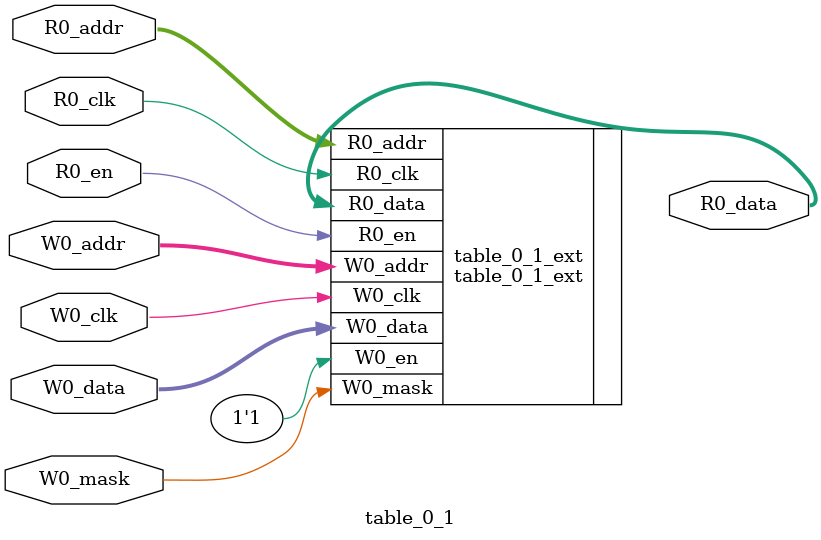
<source format=sv>
`ifndef RANDOMIZE
  `ifdef RANDOMIZE_REG_INIT
    `define RANDOMIZE
  `endif // RANDOMIZE_REG_INIT
`endif // not def RANDOMIZE
`ifndef RANDOMIZE
  `ifdef RANDOMIZE_MEM_INIT
    `define RANDOMIZE
  `endif // RANDOMIZE_MEM_INIT
`endif // not def RANDOMIZE

`ifndef RANDOM
  `define RANDOM $random
`endif // not def RANDOM

// Users can define 'PRINTF_COND' to add an extra gate to prints.
`ifndef PRINTF_COND_
  `ifdef PRINTF_COND
    `define PRINTF_COND_ (`PRINTF_COND)
  `else  // PRINTF_COND
    `define PRINTF_COND_ 1
  `endif // PRINTF_COND
`endif // not def PRINTF_COND_

// Users can define INIT_RANDOM as general code that gets injected into the
// initializer block for modules with registers.
`ifndef INIT_RANDOM
  `define INIT_RANDOM
`endif // not def INIT_RANDOM

// If using random initialization, you can also define RANDOMIZE_DELAY to
// customize the delay used, otherwise 0.002 is used.
`ifndef RANDOMIZE_DELAY
  `define RANDOMIZE_DELAY 0.002
`endif // not def RANDOMIZE_DELAY

// Define INIT_RANDOM_PROLOG_ for use in our modules below.
`ifndef INIT_RANDOM_PROLOG_
  `ifdef RANDOMIZE
    `ifdef VERILATOR
      `define INIT_RANDOM_PROLOG_ `INIT_RANDOM
    `else  // VERILATOR
      `define INIT_RANDOM_PROLOG_ `INIT_RANDOM #`RANDOMIZE_DELAY begin end
    `endif // VERILATOR
  `else  // RANDOMIZE
    `define INIT_RANDOM_PROLOG_
  `endif // RANDOMIZE
`endif // not def INIT_RANDOM_PROLOG_

// Include register initializers in init blocks unless synthesis is set
`ifndef SYNTHESIS
  `ifndef ENABLE_INITIAL_REG_
    `define ENABLE_INITIAL_REG_
  `endif // not def ENABLE_INITIAL_REG_
`endif // not def SYNTHESIS

// Include rmemory initializers in init blocks unless synthesis is set
`ifndef SYNTHESIS
  `ifndef ENABLE_INITIAL_MEM_
    `define ENABLE_INITIAL_MEM_
  `endif // not def ENABLE_INITIAL_MEM_
`endif // not def SYNTHESIS

module table_0_1(
  input  [6:0]  R0_addr,
  input         R0_en,
                R0_clk,
  input  [6:0]  W0_addr,
  input         W0_clk,
  input  [12:0] W0_data,
  input         W0_mask,
  output [12:0] R0_data
);

  table_0_1_ext table_0_1_ext (
    .R0_addr (R0_addr),
    .R0_en   (R0_en),
    .R0_clk  (R0_clk),
    .W0_addr (W0_addr),
    .W0_en   (1'h1),
    .W0_clk  (W0_clk),
    .W0_data (W0_data),
    .W0_mask (W0_mask),
    .R0_data (R0_data)
  );
endmodule


</source>
